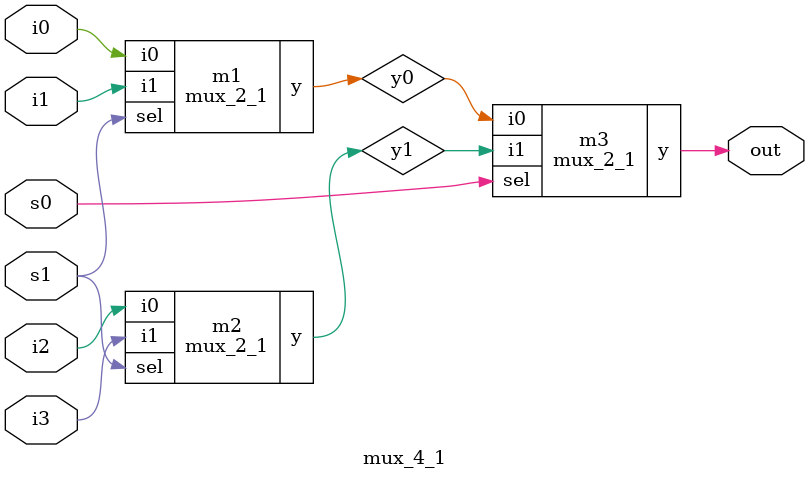
<source format=v>
module mux_2_1(input sel,i0,i1,
               output y);
  assign y=sel?i0:i1;
endmodule
module mux_4_1(input s0,s1,i0,i1,i2,i3,
               output out);
  wire y0,y1;
  mux_2_1 m1(s1,i0,i1,y0);
  mux_2_1 m2(s1,i2,i3,y1);
  mux_2_1 m3(s0,y0,y1,out);
endmodule

</source>
